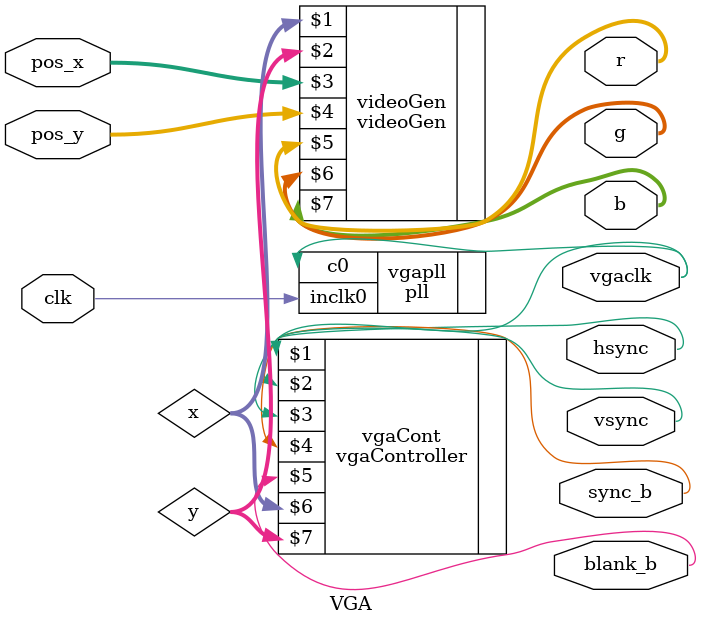
<source format=sv>
module VGA
(input logic clk,
input logic [2:0] pos_x, pos_y,
output logic vgaclk, hsync, vsync, sync_b, blank_b,
output logic [7:0] r, g, b);

logic[9:0] x, y;

pll vgapll(.inclk0(clk), .c0(vgaclk));
vgaController vgaCont(vgaclk, hsync, vsync, sync_b, blank_b,x,y);
videoGen videoGen(x, y, pos_x, pos_y, r, g, b);

endmodule
</source>
